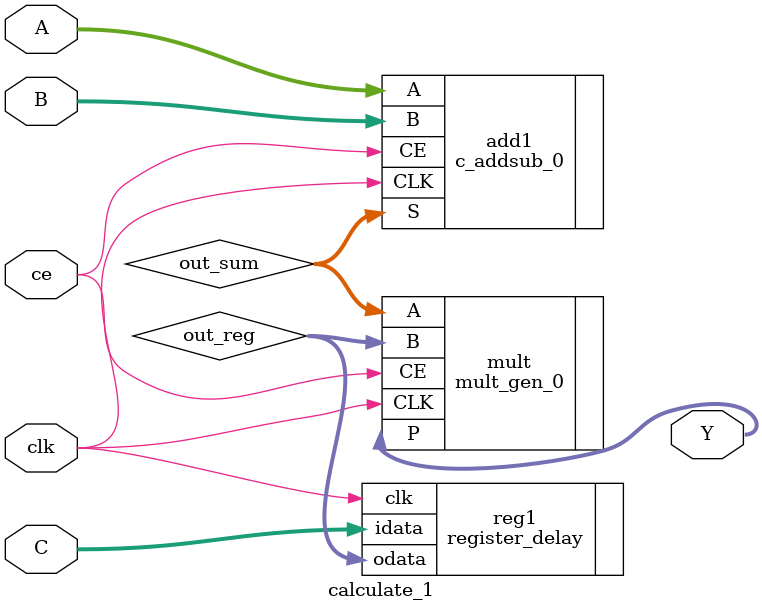
<source format=v>
`timescale 1ns / 1ps


module calculate_1 #(
    parameter Nc = 1,
    parameter Nu = 14,
    parameter N_bits = 1+Nc+Nu
)
(
    input clk,
    input ce,
    input [N_bits-1:0] A,
    input [N_bits-1:0] B,
    input [N_bits-1:0] C,
    output [2*Nc+2+2*Nu:0] Y
    );

wire signed [N_bits:0] out_sum;
wire signed [N_bits-1:0] out_reg;
// wire signed [2*Nc+2+2*Nu:0] out;

// latacy = 2
c_addsub_0 add1(
    .A(A),
    .B(B),
    .CLK(clk),
    .CE(ce),
    .S(out_sum)
);

register_delay #(
    .N(N_bits),
    .DELAY(2)
)
reg1 (
    .clk(clk),
    .idata(C),
    .odata(out_reg)
);

// latacy = 3
mult_gen_0 mult(
    .CE(ce),
    .CLK(clk),
    .A(out_sum),
    .B(out_reg),
    .P(Y)
);
 
endmodule

</source>
